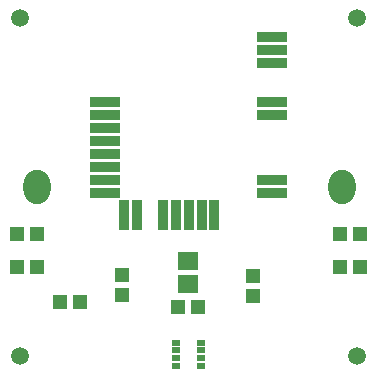
<source format=gbr>
G04 DipTrace 3.2.0.1*
G04 TopMask.gbr*
%MOIN*%
G04 #@! TF.FileFunction,Soldermask,Top*
G04 #@! TF.Part,Single*
%AMOUTLINE4*
4,1,16,
-0.045255,-0.012331,
-0.040831,-0.031568,
-0.028213,-0.047336,
-0.010003,-0.056067,
0.010191,-0.056033,
0.028371,-0.047241,
0.040935,-0.031431,
0.045296,-0.012179,
0.045255,0.012331,
0.040831,0.031568,
0.028213,0.047336,
0.010003,0.056067,
-0.010191,0.056033,
-0.028371,0.047241,
-0.040935,0.031431,
-0.045296,0.012179,
-0.045255,-0.012331,
0*%
%ADD29C,0.059055*%
%ADD34R,0.027559X0.021654*%
%ADD36R,0.098425X0.035433*%
%ADD38R,0.035433X0.098425*%
%ADD40R,0.066929X0.059055*%
%ADD44R,0.047244X0.051181*%
%ADD46R,0.051181X0.047244*%
%ADD53OUTLINE4*%
%FSLAX26Y26*%
G04*
G70*
G90*
G75*
G01*
G04 TopMask*
%LPD*%
D46*
X-505906Y-265748D3*
X-572835D3*
D44*
X-220472Y-360236D3*
Y-293307D3*
D46*
X-429480Y-384189D3*
X-362551D3*
X32358Y-400140D3*
X-34571D3*
D40*
X-732Y-247607D3*
Y-322410D3*
D29*
X-562992Y562992D3*
X562992D3*
X-562992Y-562992D3*
X562992D3*
D46*
X-505906Y-157480D3*
X-572835D3*
X572835D3*
X505906D3*
D44*
X215245Y-297623D3*
Y-364552D3*
D46*
X505906Y-265748D3*
X572835D3*
D38*
X43307Y-94488D3*
X0D3*
X86614D3*
D36*
X279528Y-19685D3*
Y23622D3*
Y240157D3*
Y283465D3*
Y413386D3*
Y456693D3*
Y500000D3*
X-279528Y-19685D3*
Y23622D3*
Y66929D3*
Y110236D3*
Y153543D3*
Y196850D3*
Y240157D3*
Y283465D3*
D38*
X-43307Y-94488D3*
X-86614D3*
X-173228D3*
X-216535D3*
D34*
X-40354Y-544673D3*
Y-570264D3*
X40354D3*
Y-544673D3*
X-40354Y-519083D3*
Y-595854D3*
X40354D3*
Y-519083D3*
D53*
X511240Y852D3*
X-504505Y-850D3*
M02*

</source>
